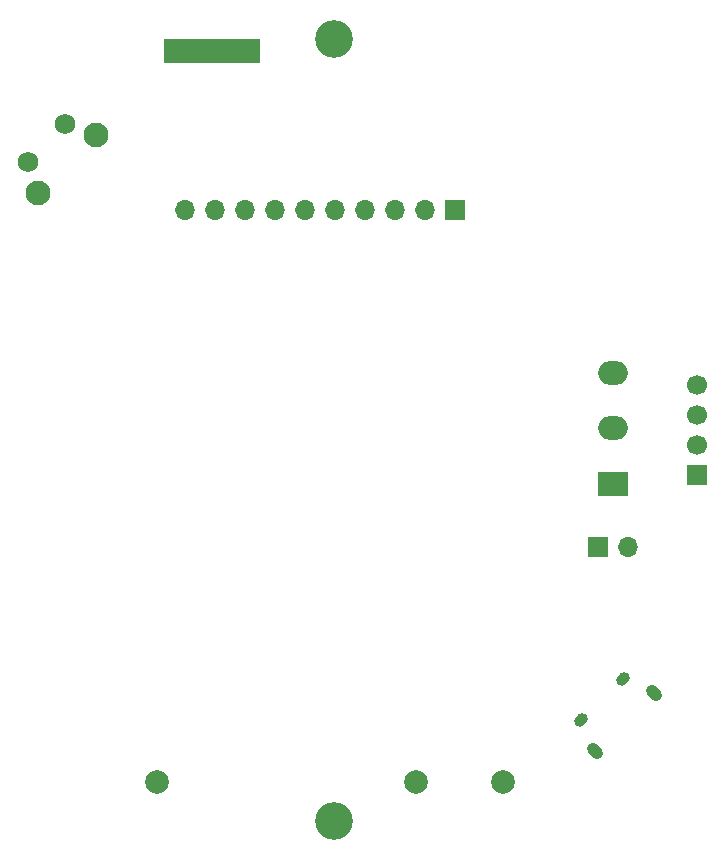
<source format=gbr>
%TF.GenerationSoftware,KiCad,Pcbnew,(6.0.1)*%
%TF.CreationDate,2022-03-12T16:33:18+00:00*%
%TF.ProjectId,Ball_Remote_Components,42616c6c-5f52-4656-9d6f-74655f436f6d,rev?*%
%TF.SameCoordinates,Original*%
%TF.FileFunction,Soldermask,Bot*%
%TF.FilePolarity,Negative*%
%FSLAX46Y46*%
G04 Gerber Fmt 4.6, Leading zero omitted, Abs format (unit mm)*
G04 Created by KiCad (PCBNEW (6.0.1)) date 2022-03-12 16:33:18*
%MOMM*%
%LPD*%
G01*
G04 APERTURE LIST*
G04 Aperture macros list*
%AMHorizOval*
0 Thick line with rounded ends*
0 $1 width*
0 $2 $3 position (X,Y) of the first rounded end (center of the circle)*
0 $4 $5 position (X,Y) of the second rounded end (center of the circle)*
0 Add line between two ends*
20,1,$1,$2,$3,$4,$5,0*
0 Add two circle primitives to create the rounded ends*
1,1,$1,$2,$3*
1,1,$1,$4,$5*%
G04 Aperture macros list end*
%ADD10C,0.100000*%
%ADD11R,1.700000X1.700000*%
%ADD12O,1.700000X1.700000*%
%ADD13C,3.200000*%
%ADD14R,2.500000X2.000000*%
%ADD15O,2.500000X2.000000*%
%ADD16C,2.000000*%
%ADD17C,1.700000*%
%ADD18HorizOval,0.950000X0.106066X0.106066X-0.106066X-0.106066X0*%
%ADD19HorizOval,1.000000X-0.194454X0.194454X0.194454X-0.194454X0*%
%ADD20C,2.100000*%
%ADD21C,1.750000*%
G04 APERTURE END LIST*
D10*
%TO.C,FID1*%
X131475000Y-72187500D02*
X139475000Y-72187500D01*
X139475000Y-72187500D02*
X139475000Y-74187500D01*
X139475000Y-74187500D02*
X131475000Y-74187500D01*
X131475000Y-74187500D02*
X131475000Y-72187500D01*
G36*
X139475000Y-74187500D02*
G01*
X131475000Y-74187500D01*
X131475000Y-72187500D01*
X139475000Y-72187500D01*
X139475000Y-74187500D01*
G37*
X139475000Y-74187500D02*
X131475000Y-74187500D01*
X131475000Y-72187500D01*
X139475000Y-72187500D01*
X139475000Y-74187500D01*
%TD*%
D11*
%TO.C,J2*%
X156100000Y-86687500D03*
D12*
X153560000Y-86687500D03*
X151020000Y-86687500D03*
X148480000Y-86687500D03*
X145940000Y-86687500D03*
X143400000Y-86687500D03*
X140860000Y-86687500D03*
X138320000Y-86687500D03*
X135780000Y-86687500D03*
X133240000Y-86687500D03*
%TD*%
D13*
%TO.C,H2*%
X145875000Y-138387500D03*
%TD*%
%TO.C,H1*%
X145875000Y-72187500D03*
%TD*%
D14*
%TO.C,SW1*%
X169475000Y-109887500D03*
D15*
X169475000Y-105187500D03*
X169475000Y-100487500D03*
%TD*%
D11*
%TO.C,BT1*%
X168200000Y-115187500D03*
D12*
X170740000Y-115187500D03*
%TD*%
D16*
%TO.C,TP2*%
X160175000Y-135087500D03*
%TD*%
D11*
%TO.C,J3*%
X176575000Y-109097500D03*
D17*
X176575000Y-106557500D03*
X176575000Y-104017500D03*
X176575000Y-101477500D03*
%TD*%
D18*
%TO.C,J1*%
X166762205Y-129910239D03*
X170297739Y-126374705D03*
D19*
X172914034Y-127576786D03*
X167964286Y-132526534D03*
%TD*%
D16*
%TO.C,TP1*%
X130875000Y-135087500D03*
%TD*%
D20*
%TO.C,RESET1*%
X120789959Y-85269884D03*
X125746778Y-80313066D03*
D21*
X119913147Y-82625305D03*
X123095128Y-79443324D03*
%TD*%
D16*
%TO.C,TP3*%
X152775000Y-135087500D03*
%TD*%
M02*

</source>
